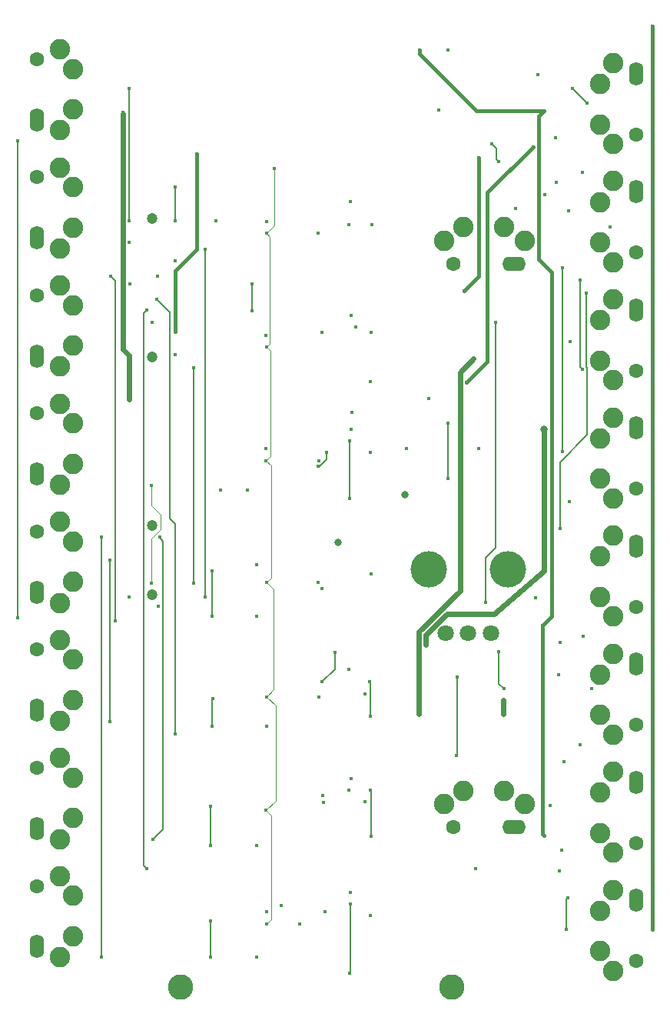
<source format=gbr>
%TF.GenerationSoftware,KiCad,Pcbnew,(6.0.1)*%
%TF.CreationDate,2023-03-15T08:08:40-07:00*%
%TF.ProjectId,pipes_main,70697065-735f-46d6-9169-6e2e6b696361,rev?*%
%TF.SameCoordinates,Original*%
%TF.FileFunction,Copper,L3,Inr*%
%TF.FilePolarity,Positive*%
%FSLAX46Y46*%
G04 Gerber Fmt 4.6, Leading zero omitted, Abs format (unit mm)*
G04 Created by KiCad (PCBNEW (6.0.1)) date 2023-03-15 08:08:40*
%MOMM*%
%LPD*%
G01*
G04 APERTURE LIST*
%TA.AperFunction,ComponentPad*%
%ADD10C,2.250000*%
%TD*%
%TA.AperFunction,ComponentPad*%
%ADD11O,1.600000X2.600000*%
%TD*%
%TA.AperFunction,ComponentPad*%
%ADD12C,1.600000*%
%TD*%
%TA.AperFunction,WasherPad*%
%ADD13C,4.000000*%
%TD*%
%TA.AperFunction,ComponentPad*%
%ADD14C,1.800000*%
%TD*%
%TA.AperFunction,ComponentPad*%
%ADD15O,2.600000X1.600000*%
%TD*%
%TA.AperFunction,ComponentPad*%
%ADD16C,2.800000*%
%TD*%
%TA.AperFunction,ComponentPad*%
%ADD17C,1.200000*%
%TD*%
%TA.AperFunction,ViaPad*%
%ADD18C,0.450000*%
%TD*%
%TA.AperFunction,ViaPad*%
%ADD19C,0.800000*%
%TD*%
%TA.AperFunction,ViaPad*%
%ADD20C,0.400000*%
%TD*%
%TA.AperFunction,Conductor*%
%ADD21C,0.400000*%
%TD*%
%TA.AperFunction,Conductor*%
%ADD22C,0.600000*%
%TD*%
%TA.AperFunction,Conductor*%
%ADD23C,0.200000*%
%TD*%
%TA.AperFunction,Conductor*%
%ADD24C,0.120000*%
%TD*%
G04 APERTURE END LIST*
D10*
%TO.N,GND*%
%TO.C,J16*%
X106000000Y-132180000D03*
%TO.N,Net-(J16-Pad2)*%
X106000000Y-123280000D03*
%TO.N,GND*%
X104500000Y-130030000D03*
%TO.N,unconnected-(J16-Pad4)*%
X104500000Y-125580000D03*
D11*
%TO.N,N/C*%
X108550000Y-124440000D03*
D12*
X108550000Y-131120000D03*
%TD*%
D10*
%TO.N,GND*%
%TO.C,J14*%
X106000000Y-80180000D03*
%TO.N,Net-(J14-Pad2)*%
X106000000Y-71280000D03*
%TO.N,GND*%
X104500000Y-78030000D03*
%TO.N,unconnected-(J14-Pad4)*%
X104500000Y-73580000D03*
D11*
%TO.N,N/C*%
X108550000Y-72440000D03*
D12*
X108550000Y-79120000D03*
%TD*%
D13*
%TO.N,*%
%TO.C,RV1*%
X94420000Y-101030000D03*
X85620000Y-101030000D03*
D14*
%TO.N,SIG*%
X92520000Y-108030000D03*
%TO.N,Net-(RV1-Pad2)*%
X90020000Y-108030000D03*
%TO.N,GND*%
X87520000Y-108030000D03*
%TD*%
D10*
%TO.N,GND*%
%TO.C,J9*%
X45000000Y-82780000D03*
%TO.N,VCA4*%
X45000000Y-91680000D03*
%TO.N,GND*%
X46500000Y-84930000D03*
X46500000Y-89380000D03*
D11*
%TO.N,N/C*%
X42450000Y-90520000D03*
D12*
X42450000Y-83840000D03*
%TD*%
D10*
%TO.N,GND*%
%TO.C,J15*%
X106000000Y-54180000D03*
%TO.N,Net-(J15-Pad2)*%
X106000000Y-45280000D03*
%TO.N,GND*%
X104500000Y-52030000D03*
%TO.N,unconnected-(J15-Pad4)*%
X104500000Y-47580000D03*
D11*
%TO.N,N/C*%
X108550000Y-46440000D03*
D12*
X108550000Y-53120000D03*
%TD*%
D10*
%TO.N,GND*%
%TO.C,J19*%
X106000000Y-145180000D03*
%TO.N,Net-(J19-Pad2)*%
X106000000Y-136280000D03*
%TO.N,GND*%
X104500000Y-143030000D03*
%TO.N,unconnected-(J19-Pad4)*%
X104500000Y-138580000D03*
D11*
%TO.N,N/C*%
X108550000Y-137440000D03*
D12*
X108550000Y-144120000D03*
%TD*%
D10*
%TO.N,GND*%
%TO.C,J13*%
X106000000Y-119180000D03*
%TO.N,Net-(J13-Pad2)*%
X106000000Y-110280000D03*
%TO.N,GND*%
X104500000Y-117030000D03*
%TO.N,unconnected-(J13-Pad4)*%
X104500000Y-112580000D03*
D11*
%TO.N,N/C*%
X108550000Y-111440000D03*
D12*
X108550000Y-118120000D03*
%TD*%
D10*
%TO.N,GND*%
%TO.C,J7*%
X45000000Y-43780000D03*
%TO.N,VCA1*%
X45000000Y-52680000D03*
%TO.N,GND*%
X46500000Y-45930000D03*
X46500000Y-50380000D03*
D11*
%TO.N,N/C*%
X42450000Y-51520000D03*
D12*
X42450000Y-44840000D03*
%TD*%
D10*
%TO.N,GND*%
%TO.C,J20*%
X106000000Y-106180000D03*
%TO.N,Net-(J20-Pad2)*%
X106000000Y-97280000D03*
%TO.N,GND*%
X104500000Y-104030000D03*
%TO.N,unconnected-(J20-Pad4)*%
X104500000Y-99580000D03*
D11*
%TO.N,N/C*%
X108550000Y-98440000D03*
D12*
X108550000Y-105120000D03*
%TD*%
D10*
%TO.N,GND*%
%TO.C,J12*%
X45000000Y-95780000D03*
%TO.N,VCA5*%
X45000000Y-104680000D03*
%TO.N,GND*%
X46500000Y-97930000D03*
X46500000Y-102380000D03*
D11*
%TO.N,N/C*%
X42450000Y-103520000D03*
D12*
X42450000Y-96840000D03*
%TD*%
D10*
%TO.N,GND*%
%TO.C,J5*%
X45000000Y-108780000D03*
%TO.N,VCA6*%
X45000000Y-117680000D03*
%TO.N,GND*%
X46500000Y-110930000D03*
X46500000Y-115380000D03*
D11*
%TO.N,N/C*%
X42450000Y-116520000D03*
D12*
X42450000Y-109840000D03*
%TD*%
D10*
%TO.N,GND*%
%TO.C,J10*%
X45000000Y-56780000D03*
%TO.N,VCA2*%
X45000000Y-65680000D03*
%TO.N,GND*%
X46500000Y-58930000D03*
X46500000Y-63380000D03*
D11*
%TO.N,N/C*%
X42450000Y-64520000D03*
D12*
X42450000Y-57840000D03*
%TD*%
D10*
%TO.N,GND*%
%TO.C,J4*%
X87320000Y-126850000D03*
%TO.N,Net-(C16-Pad1)*%
X96220000Y-126850000D03*
%TO.N,GND*%
X89470000Y-125350000D03*
%TO.N,unconnected-(J4-Pad4)*%
X93920000Y-125350000D03*
D15*
%TO.N,N/C*%
X95060000Y-129400000D03*
D12*
X88380000Y-129400000D03*
%TD*%
D10*
%TO.N,GND*%
%TO.C,J11*%
X45000000Y-134780000D03*
%TO.N,VCA8*%
X45000000Y-143680000D03*
%TO.N,GND*%
X46500000Y-136930000D03*
X46500000Y-141380000D03*
D11*
%TO.N,N/C*%
X42450000Y-142520000D03*
D12*
X42450000Y-135840000D03*
%TD*%
D10*
%TO.N,GND*%
%TO.C,J18*%
X106000000Y-93180000D03*
%TO.N,Net-(J18-Pad2)*%
X106000000Y-84280000D03*
%TO.N,GND*%
X104500000Y-91030000D03*
%TO.N,unconnected-(J18-Pad4)*%
X104500000Y-86580000D03*
D11*
%TO.N,N/C*%
X108550000Y-85440000D03*
D12*
X108550000Y-92120000D03*
%TD*%
D10*
%TO.N,GND*%
%TO.C,J1*%
X87320000Y-64850000D03*
%TO.N,Net-(J1-Pad2)*%
X96220000Y-64850000D03*
%TO.N,GND*%
X89470000Y-63350000D03*
X93920000Y-63350000D03*
D15*
%TO.N,N/C*%
X95060000Y-67400000D03*
D12*
X88380000Y-67400000D03*
%TD*%
D10*
%TO.N,GND*%
%TO.C,J8*%
X45000000Y-121780000D03*
%TO.N,VCA7*%
X45000000Y-130680000D03*
%TO.N,GND*%
X46500000Y-123930000D03*
X46500000Y-128380000D03*
D11*
%TO.N,N/C*%
X42450000Y-129520000D03*
D12*
X42450000Y-122840000D03*
%TD*%
D10*
%TO.N,GND*%
%TO.C,J6*%
X45000000Y-69780000D03*
%TO.N,VCA3*%
X45000000Y-78680000D03*
%TO.N,GND*%
X46500000Y-71930000D03*
X46500000Y-76380000D03*
D11*
%TO.N,N/C*%
X42450000Y-77520000D03*
D12*
X42450000Y-70840000D03*
%TD*%
D10*
%TO.N,GND*%
%TO.C,J17*%
X106000000Y-67180000D03*
%TO.N,Net-(J17-Pad2)*%
X106000000Y-58280000D03*
%TO.N,GND*%
X104500000Y-65030000D03*
%TO.N,unconnected-(J17-Pad4)*%
X104500000Y-60580000D03*
D11*
%TO.N,N/C*%
X108550000Y-59440000D03*
D12*
X108550000Y-66120000D03*
%TD*%
D16*
%TO.N,GND*%
%TO.C,TP1*%
X88170000Y-146950000D03*
%TD*%
D17*
%TO.N,N/C*%
%TO.C,J21*%
X55200000Y-62380000D03*
X55200000Y-77620000D03*
%TD*%
D16*
%TO.N,GND*%
%TO.C,TP2*%
X58280000Y-146950000D03*
%TD*%
D17*
%TO.N,N/C*%
%TO.C,J22*%
X55200000Y-103810000D03*
X55200000Y-96190000D03*
%TD*%
D18*
%TO.N,+12V*%
X52600000Y-77425000D03*
X51962500Y-50737500D03*
D19*
X98400000Y-85600000D03*
D18*
X89827500Y-80447500D03*
X86775000Y-50415000D03*
D20*
X85347500Y-109277500D03*
D18*
X97170000Y-54480000D03*
X52680000Y-82240000D03*
D20*
X85660000Y-82240000D03*
D18*
%TO.N,-12V*%
X91151250Y-59848750D03*
X89592500Y-70327500D03*
X57750000Y-77350000D03*
X90600000Y-77820000D03*
X93850000Y-116950000D03*
X91151250Y-55661250D03*
X93845000Y-115405000D03*
X84550000Y-116950000D03*
X98430000Y-59730000D03*
D20*
%TO.N,Net-(C11-Pad2)*%
X92610359Y-54189641D03*
X93385000Y-56115000D03*
D18*
%TO.N,Net-(C13-Pad1)*%
X88750000Y-121500000D03*
X88785000Y-112865000D03*
D20*
%TO.N,F6*%
X75300000Y-110100000D03*
X100125000Y-109075000D03*
X73900000Y-113400000D03*
%TO.N,F7*%
X99050000Y-126950000D03*
X73950000Y-125850000D03*
%TO.N,F4*%
X100425000Y-67775000D03*
X100425000Y-88025000D03*
D18*
X74400000Y-88100000D03*
D20*
X73500000Y-89675000D03*
%TO.N,F2*%
X99650000Y-53500000D03*
X76895000Y-63095000D03*
%TO.N,F8*%
X100300000Y-131900000D03*
X74250000Y-138650000D03*
%TO.N,F5*%
X97400000Y-104100000D03*
X73925000Y-103075000D03*
D18*
%TO.N,VCA6*%
X50500000Y-100000000D03*
X50500000Y-117750000D03*
%TO.N,VCA3*%
X59760000Y-102540000D03*
X59760000Y-78800000D03*
%TO.N,VCA1*%
X40400000Y-106300000D03*
X55820000Y-105080000D03*
X40400000Y-53800000D03*
%TO.N,VCA7*%
X55300000Y-130700000D03*
X56000000Y-97460000D03*
%TO.N,VCA4*%
X55110000Y-102540000D03*
X55100000Y-91800000D03*
%TO.N,VCA2*%
X61020000Y-104080000D03*
X61000000Y-65750000D03*
X52680000Y-104080000D03*
%TO.N,VCA8*%
X49550000Y-97460000D03*
X49550000Y-143680000D03*
D20*
%TO.N,Clk*%
X67805000Y-140005000D03*
X67775000Y-76525000D03*
X67735000Y-89025000D03*
X67795000Y-115025000D03*
X97685000Y-46515000D03*
X87780000Y-43880000D03*
X67715000Y-127505000D03*
X68600000Y-56900000D03*
X67755000Y-64025000D03*
X67775000Y-102425000D03*
D18*
%TO.N,Net-(R23-Pad2)*%
X67800000Y-118275000D03*
X61800000Y-118250000D03*
X61900000Y-115200000D03*
%TO.N,Net-(R32-Pad2)*%
X65700000Y-92275000D03*
X62700000Y-92250000D03*
%TO.N,Net-(R36-Pad2)*%
X66697500Y-131397500D03*
X61600000Y-127100000D03*
X61602500Y-131397500D03*
%TO.N,Net-(R40-Pad2)*%
X66697500Y-143697500D03*
X61650000Y-139700000D03*
X61652500Y-143697500D03*
%TO.N,Net-(R42-Pad2)*%
X61800000Y-101200000D03*
X66697500Y-106147500D03*
X61802500Y-106147500D03*
D20*
%TO.N,1f*%
X101484642Y-48115358D03*
D18*
X52680000Y-62625000D03*
D20*
X103084642Y-49715358D03*
D18*
X52680000Y-48115358D03*
%TO.N,2f*%
X57700000Y-58924720D03*
X99700000Y-58400000D03*
X57700000Y-62650000D03*
%TO.N,3f*%
X95255480Y-61294520D03*
X52680000Y-65030000D03*
D20*
X105600000Y-63300000D03*
X101035000Y-61565000D03*
%TO.N,4f*%
X102625000Y-79025000D03*
X102305000Y-69195000D03*
D18*
X57720000Y-67070000D03*
%TO.N,5f*%
X52700000Y-69550000D03*
X103050000Y-70600000D03*
X100100000Y-96500000D03*
%TO.N,6f*%
X55780000Y-68730000D03*
X50650000Y-68750000D03*
X102690000Y-108390000D03*
X51154511Y-106695489D03*
%TO.N,7f*%
X57750000Y-119100000D03*
X55670000Y-71270000D03*
X102362500Y-120287500D03*
%TO.N,8f*%
X100025000Y-134175000D03*
X90850000Y-133950000D03*
X54550000Y-133950000D03*
X54550000Y-72500000D03*
D20*
%TO.N,{slash}6*%
X79235000Y-117135000D03*
X79175000Y-113325000D03*
%TO.N,{slash}3*%
X79200000Y-80300000D03*
X77575000Y-74325000D03*
%TO.N,Net-(U4-Pad3)*%
X78600000Y-114700000D03*
X73575000Y-115025000D03*
%TO.N,Net-(U5-Pad3)*%
X73900000Y-74924520D03*
X79275480Y-74924520D03*
%TO.N,{slash}4*%
X76975000Y-93175000D03*
X76975000Y-86825000D03*
%TO.N,{slash}7*%
X76895000Y-125305000D03*
X79300000Y-130400000D03*
X79195000Y-125305000D03*
%TO.N,Net-(U10-Pad3)*%
X79205000Y-88095000D03*
X73575000Y-89025000D03*
%TO.N,Net-(U11-Pad3)*%
X73450000Y-64030000D03*
X79395000Y-63095000D03*
%TO.N,Net-(U12-Pad3)*%
X74046891Y-126646891D03*
X78600000Y-126575000D03*
%TO.N,{slash}8*%
X76995000Y-137805000D03*
X76975000Y-145425000D03*
%TO.N,Net-(U16-Pad3)*%
X79225000Y-139075000D03*
X71405000Y-140005000D03*
%TO.N,Net-(U17-Pad3)*%
X73475000Y-102425000D03*
X79305000Y-101495000D03*
%TO.N,Net-(C2-Pad1)*%
X83200000Y-87700000D03*
X77200000Y-83700000D03*
X91181250Y-87681250D03*
%TO.N,Net-(C10-Pad1)*%
X87800000Y-91000000D03*
X87800000Y-84900000D03*
D18*
%TO.N,Net-(R30-Pad2)*%
X66185000Y-69615000D03*
X66185000Y-72515000D03*
D20*
%TO.N,+9V*%
X77115000Y-73055000D03*
X98395000Y-130305000D03*
X76850000Y-112040000D03*
X67720000Y-87740000D03*
X99200000Y-69100000D03*
X67815000Y-138705000D03*
X77030000Y-136550000D03*
D19*
X75640000Y-98030000D03*
D20*
X98400000Y-50500000D03*
X77115000Y-85555000D03*
X84670000Y-43880000D03*
X98195000Y-107205000D03*
D18*
X69400000Y-138000000D03*
X62200000Y-62650000D03*
D20*
X76995000Y-60555000D03*
X77075000Y-124035000D03*
X67675000Y-75225000D03*
D19*
X83050000Y-92760000D03*
D20*
X67785000Y-62725000D03*
D18*
X66697500Y-100452500D03*
D20*
%TO.N,+5V*%
X110300000Y-49800000D03*
X110300000Y-95200000D03*
X100850000Y-140600000D03*
X100600000Y-122200000D03*
D18*
X101000000Y-137150000D03*
D20*
X110300000Y-121300000D03*
X110300000Y-114100000D03*
X110300000Y-140600000D03*
X101125000Y-93575000D03*
X110300000Y-64200000D03*
D18*
X57750000Y-74850000D03*
D20*
X102600000Y-57300000D03*
X110300000Y-75800000D03*
X110300000Y-41200000D03*
X101200000Y-75900000D03*
X110300000Y-56300000D03*
X99975000Y-112600000D03*
X103595489Y-114104511D03*
D18*
X60050000Y-55300000D03*
%TO.N,Net-(U2-Pad3)*%
X93400000Y-110050000D03*
X93927500Y-114135000D03*
%TO.N,SIG*%
X93040000Y-73810000D03*
X55140000Y-73810000D03*
X91900000Y-104650000D03*
%TD*%
D21*
%TO.N,+12V*%
X97170000Y-54480000D02*
X92110000Y-59540000D01*
D22*
X85347500Y-108223291D02*
X85347500Y-109277500D01*
D21*
X92110000Y-59540000D02*
X92110000Y-78165000D01*
D22*
X51955489Y-76780489D02*
X51955489Y-50844511D01*
X52600000Y-77425000D02*
X51955489Y-76780489D01*
D21*
X92110000Y-78165000D02*
X89827500Y-80447500D01*
D22*
X92832699Y-105870009D02*
X87700782Y-105870009D01*
X98400000Y-85600000D02*
X98400000Y-101200000D01*
X87700782Y-105870009D02*
X85347500Y-108223291D01*
X98400000Y-101200000D02*
X92832699Y-105870009D01*
X52600000Y-82275000D02*
X52600000Y-77425000D01*
%TO.N,-12V*%
X89102989Y-103337110D02*
X84547980Y-107892119D01*
X93850000Y-116950000D02*
X93845000Y-115405000D01*
D21*
X91151250Y-55661250D02*
X91151250Y-59848750D01*
D22*
X84547980Y-111707239D02*
X84550000Y-116950000D01*
X90600000Y-77820000D02*
X89102989Y-79317011D01*
D21*
X91151250Y-59848750D02*
X91151250Y-68768750D01*
D22*
X89102989Y-79317011D02*
X89102989Y-103337110D01*
X84547980Y-107892119D02*
X84547980Y-111707239D01*
D21*
X91151250Y-68768750D02*
X89592500Y-70327500D01*
D23*
%TO.N,Net-(C11-Pad2)*%
X92610359Y-54189641D02*
X93110480Y-54689763D01*
X93110480Y-55840480D02*
X93385000Y-56115000D01*
X93110480Y-54689763D02*
X93110480Y-55840480D01*
%TO.N,Net-(C13-Pad1)*%
X88785000Y-112865000D02*
X88785000Y-121335000D01*
%TO.N,F6*%
X75300000Y-110100000D02*
X75300000Y-112000000D01*
X75300000Y-112000000D02*
X73900000Y-113400000D01*
%TO.N,F4*%
X74400000Y-88906416D02*
X74400000Y-88100000D01*
X73631416Y-89675000D02*
X74400000Y-88906416D01*
X73500000Y-89675000D02*
X73631416Y-89675000D01*
X100425000Y-67775000D02*
X100425000Y-88025000D01*
%TO.N,VCA6*%
X50500000Y-100000000D02*
X50500000Y-117750000D01*
%TO.N,VCA3*%
X59760000Y-102540000D02*
X59760000Y-78800000D01*
%TO.N,VCA1*%
X40400000Y-106300000D02*
X40400000Y-53800000D01*
%TO.N,VCA7*%
X56344511Y-97944511D02*
X56344511Y-129655489D01*
X56344511Y-129655489D02*
X55300000Y-130700000D01*
X56000000Y-97460000D02*
X56344511Y-97944511D01*
D24*
%TO.N,VCA4*%
X55100000Y-93926778D02*
X56129521Y-94956299D01*
X55100000Y-91800000D02*
X55100000Y-93926778D01*
X55110000Y-97594542D02*
X55110000Y-102540000D01*
X56129521Y-94956299D02*
X56129521Y-96575021D01*
X56129521Y-96575021D02*
X55110000Y-97594542D01*
D23*
%TO.N,VCA2*%
X61000000Y-104080000D02*
X61000000Y-65750000D01*
%TO.N,VCA8*%
X49550000Y-143680000D02*
X49550000Y-97520000D01*
D24*
%TO.N,Clk*%
X68274511Y-139535489D02*
X67805000Y-140005000D01*
X67795000Y-115025000D02*
X68770000Y-116000000D01*
X67775000Y-102425000D02*
X68590000Y-103240000D01*
X68294511Y-101905489D02*
X67775000Y-102425000D01*
X67775000Y-76525000D02*
X68179511Y-76929511D01*
X68179511Y-76929511D02*
X68179511Y-88580489D01*
X68274511Y-128064511D02*
X68274511Y-139535489D01*
X67735000Y-89025000D02*
X68294511Y-89584511D01*
X68590000Y-114230000D02*
X67795000Y-115025000D01*
X68134511Y-76165489D02*
X67775000Y-76525000D01*
X68179511Y-88580489D02*
X67735000Y-89025000D01*
X68770000Y-126450000D02*
X67715000Y-127505000D01*
X67755000Y-64025000D02*
X68134511Y-64404511D01*
X68134511Y-64404511D02*
X68134511Y-76165489D01*
X68770000Y-116000000D02*
X68770000Y-126450000D01*
X68294511Y-89584511D02*
X68294511Y-101905489D01*
X68590000Y-103240000D02*
X68590000Y-114230000D01*
X67715000Y-127505000D02*
X68274511Y-128064511D01*
X68600000Y-63180000D02*
X68600000Y-56900000D01*
X67755000Y-64025000D02*
X68600000Y-63180000D01*
D23*
%TO.N,Net-(R23-Pad2)*%
X61800000Y-118250000D02*
X61775480Y-118075480D01*
X61775480Y-118075480D02*
X61775480Y-115324520D01*
X61775480Y-115324520D02*
X61900000Y-115200000D01*
%TO.N,Net-(R36-Pad2)*%
X61602500Y-131397500D02*
X61602500Y-127102500D01*
X61602500Y-127102500D02*
X61600000Y-127100000D01*
%TO.N,Net-(R40-Pad2)*%
X61650000Y-139700000D02*
X61650000Y-143695000D01*
X61650000Y-143695000D02*
X61652500Y-143697500D01*
%TO.N,Net-(R42-Pad2)*%
X61802500Y-106147500D02*
X61800000Y-106145000D01*
X61800000Y-106145000D02*
X61800000Y-101200000D01*
%TO.N,1f*%
X52680000Y-48255716D02*
X52680000Y-62625000D01*
X101484642Y-48115358D02*
X103084642Y-49715358D01*
%TO.N,2f*%
X57700000Y-62650000D02*
X57700000Y-58924720D01*
%TO.N,4f*%
X102305000Y-78705000D02*
X102625000Y-79025000D01*
X102305000Y-69195000D02*
X102305000Y-78705000D01*
%TO.N,5f*%
X100100000Y-89200000D02*
X100100000Y-96500000D01*
X103050000Y-70600000D02*
X103050000Y-78743584D01*
X103124511Y-78818095D02*
X103124511Y-86175489D01*
X103050000Y-78743584D02*
X103124511Y-78818095D01*
X103124511Y-86175489D02*
X100100000Y-89200000D01*
%TO.N,6f*%
X51154511Y-69254511D02*
X51154511Y-106695489D01*
X50650000Y-68750000D02*
X51154511Y-69254511D01*
%TO.N,7f*%
X57644114Y-95905886D02*
X57750000Y-96011772D01*
X57150000Y-95411772D02*
X57644114Y-95905886D01*
X55670000Y-71270000D02*
X57150000Y-72750000D01*
X57750000Y-96011772D02*
X57750000Y-119100000D01*
X57150000Y-72750000D02*
X57150000Y-95411772D01*
%TO.N,8f*%
X54550000Y-72500000D02*
X54230479Y-72819521D01*
X54230479Y-72819521D02*
X54230479Y-133630479D01*
X54230479Y-133630479D02*
X54550000Y-133950000D01*
%TO.N,{slash}6*%
X79175000Y-113325000D02*
X79235000Y-113385000D01*
X79235000Y-113385000D02*
X79235000Y-117135000D01*
%TO.N,{slash}4*%
X76975000Y-86825000D02*
X76975000Y-93175000D01*
%TO.N,{slash}7*%
X79300000Y-125410000D02*
X79195000Y-125305000D01*
X79300000Y-130400000D02*
X79300000Y-125410000D01*
%TO.N,{slash}8*%
X76995000Y-137805000D02*
X76995000Y-145405000D01*
X76995000Y-145405000D02*
X76975000Y-145425000D01*
%TO.N,Net-(C10-Pad1)*%
X87800000Y-84900000D02*
X87800000Y-91000000D01*
%TO.N,Net-(R30-Pad2)*%
X66185000Y-69615000D02*
X66185000Y-72515000D01*
D21*
%TO.N,+9V*%
X97805489Y-66915489D02*
X98495000Y-67605000D01*
X98400000Y-50500000D02*
X90900000Y-50500000D01*
X98195000Y-107205000D02*
X98195000Y-130105000D01*
X99199511Y-106200489D02*
X98195000Y-107205000D01*
X98400000Y-50500000D02*
X97805489Y-51094511D01*
X99199511Y-68309511D02*
X99199511Y-106200489D01*
X97805489Y-51094511D02*
X97805489Y-66915489D01*
X84670000Y-44270000D02*
X84670000Y-43880000D01*
X98495000Y-67605000D02*
X99199511Y-68309511D01*
X98195000Y-130105000D02*
X98395000Y-130305000D01*
X90900000Y-50500000D02*
X84670000Y-44270000D01*
%TO.N,+5V*%
X60050000Y-55300000D02*
X60050000Y-65816807D01*
X57750000Y-68116807D02*
X57750000Y-74850000D01*
X110300000Y-140600000D02*
X110300000Y-121300000D01*
X110300000Y-114100000D02*
X110300000Y-95200000D01*
X110300000Y-95200000D02*
X110300000Y-75800000D01*
D23*
X100850000Y-137300000D02*
X100850000Y-140600000D01*
D21*
X110300000Y-121300000D02*
X110300000Y-114100000D01*
X110300000Y-75800000D02*
X110300000Y-56300000D01*
X60050000Y-65816807D02*
X57750000Y-68116807D01*
X110300000Y-49800000D02*
X110300000Y-41200000D01*
X110300000Y-56300000D02*
X110300000Y-49800000D01*
D23*
X101000000Y-137150000D02*
X100850000Y-137300000D01*
%TO.N,Net-(U2-Pad3)*%
X93400000Y-113607500D02*
X93927500Y-114135000D01*
X93400000Y-110050000D02*
X93400000Y-113607500D01*
%TO.N,SIG*%
X91900000Y-99700000D02*
X93050000Y-98650000D01*
X93050000Y-98650000D02*
X93040000Y-73810000D01*
X91900000Y-104650000D02*
X91900000Y-99700000D01*
%TD*%
M02*

</source>
